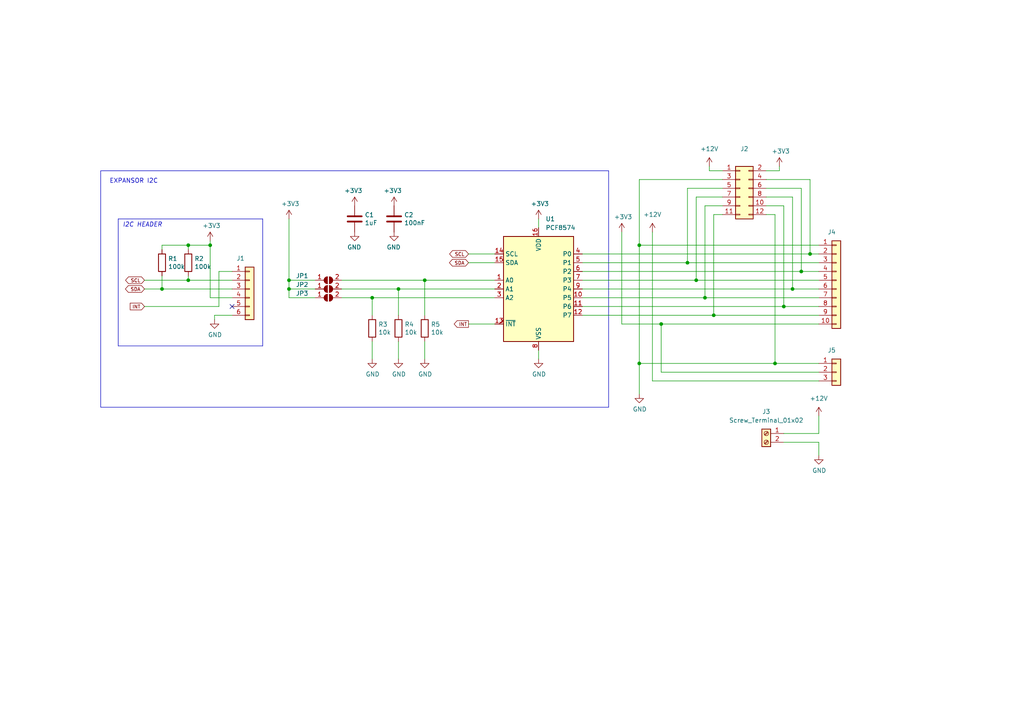
<source format=kicad_sch>
(kicad_sch (version 20230121) (generator eeschema)
  (paper "A4")
  (title_block (title "ESP-MAP 8CH Relay Module Expansion Board") (date "2024-01-07") (rev "0.1") (comment 1 "https://github.com/enriquewph/esp-map"))
  (lib_symbols
    (symbol "Connector:Screw_Terminal_01x02" (pin_names (offset 1.016) hide)
      (property "Reference" "J" (at 0 2.54 0))
      (property "Value" "Screw_Terminal_01x02" (at 0 -5.08 0))
      (symbol "Screw_Terminal_01x02_1_1"
        (rectangle (start -1.27 1.27) (end 1.27 -3.81) (stroke (width 0.254)) (fill (type background)))
        (circle (center 0 -2.54) (radius 0.635) (stroke (width 0.1524)))
        (polyline (pts (xy -0.5334 -2.2098) (xy 0.3302 -3.048)) (stroke (width 0.1524)))
        (polyline (pts (xy -0.5334 0.3302) (xy 0.3302 -0.508)) (stroke (width 0.1524)))
        (polyline (pts (xy -0.3556 -2.032) (xy 0.508 -2.8702)) (stroke (width 0.1524)))
        (polyline (pts (xy -0.3556 0.508) (xy 0.508 -0.3302)) (stroke (width 0.1524)))
        (circle (center 0 0) (radius 0.635) (stroke (width 0.1524)))
        (pin passive line (at -5.08 0 0) (length 3.81) (name "Pin_1") (number "1"))
        (pin passive line (at -5.08 -2.54 0) (length 3.81) (name "Pin_2") (number "2"))
      )
    )
    (symbol "Connector_Generic:Conn_01x03" (pin_names (offset 1.016) hide)
      (property "Reference" "J" (at 0 5.08 0))
      (property "Value" "Conn_01x03" (at 0 -5.08 0))
      (symbol "Conn_01x03_1_1"
        (rectangle (start -1.27 -2.413) (end 0 -2.667) (stroke (width 0.1524)))
        (rectangle (start -1.27 0.127) (end 0 -0.127) (stroke (width 0.1524)))
        (rectangle (start -1.27 2.667) (end 0 2.413) (stroke (width 0.1524)))
        (rectangle (start -1.27 3.81) (end 1.27 -3.81) (stroke (width 0.254)) (fill (type background)))
        (pin passive line (at -5.08 2.54 0) (length 3.81) (name "Pin_1") (number "1"))
        (pin passive line (at -5.08 0 0) (length 3.81) (name "Pin_2") (number "2"))
        (pin passive line (at -5.08 -2.54 0) (length 3.81) (name "Pin_3") (number "3"))
      )
    )
    (symbol "Connector_Generic:Conn_01x06" (pin_names (offset 1.016) hide)
      (property "Reference" "J" (at 0 7.62 0))
      (property "Value" "Conn_01x06" (at 0 -10.16 0))
      (symbol "Conn_01x06_1_1"
        (rectangle (start -1.27 -7.493) (end 0 -7.747) (stroke (width 0.1524)))
        (rectangle (start -1.27 -4.953) (end 0 -5.207) (stroke (width 0.1524)))
        (rectangle (start -1.27 -2.413) (end 0 -2.667) (stroke (width 0.1524)))
        (rectangle (start -1.27 0.127) (end 0 -0.127) (stroke (width 0.1524)))
        (rectangle (start -1.27 2.667) (end 0 2.413) (stroke (width 0.1524)))
        (rectangle (start -1.27 5.207) (end 0 4.953) (stroke (width 0.1524)))
        (rectangle (start -1.27 6.35) (end 1.27 -8.89) (stroke (width 0.254)) (fill (type background)))
        (pin passive line (at -5.08 5.08 0) (length 3.81) (name "Pin_1") (number "1"))
        (pin passive line (at -5.08 2.54 0) (length 3.81) (name "Pin_2") (number "2"))
        (pin passive line (at -5.08 0 0) (length 3.81) (name "Pin_3") (number "3"))
        (pin passive line (at -5.08 -2.54 0) (length 3.81) (name "Pin_4") (number "4"))
        (pin passive line (at -5.08 -5.08 0) (length 3.81) (name "Pin_5") (number "5"))
        (pin passive line (at -5.08 -7.62 0) (length 3.81) (name "Pin_6") (number "6"))
      )
    )
    (symbol "Connector_Generic:Conn_01x10" (pin_names (offset 1.016) hide)
      (property "Reference" "J" (at 0 12.7 0))
      (property "Value" "Conn_01x10" (at 0 -15.24 0))
      (symbol "Conn_01x10_1_1"
        (rectangle (start -1.27 -12.573) (end 0 -12.827) (stroke (width 0.1524)))
        (rectangle (start -1.27 -10.033) (end 0 -10.287) (stroke (width 0.1524)))
        (rectangle (start -1.27 -7.493) (end 0 -7.747) (stroke (width 0.1524)))
        (rectangle (start -1.27 -4.953) (end 0 -5.207) (stroke (width 0.1524)))
        (rectangle (start -1.27 -2.413) (end 0 -2.667) (stroke (width 0.1524)))
        (rectangle (start -1.27 0.127) (end 0 -0.127) (stroke (width 0.1524)))
        (rectangle (start -1.27 2.667) (end 0 2.413) (stroke (width 0.1524)))
        (rectangle (start -1.27 5.207) (end 0 4.953) (stroke (width 0.1524)))
        (rectangle (start -1.27 7.747) (end 0 7.493) (stroke (width 0.1524)))
        (rectangle (start -1.27 10.287) (end 0 10.033) (stroke (width 0.1524)))
        (rectangle (start -1.27 11.43) (end 1.27 -13.97) (stroke (width 0.254)) (fill (type background)))
        (pin passive line (at -5.08 10.16 0) (length 3.81) (name "Pin_1") (number "1"))
        (pin passive line (at -5.08 -12.7 0) (length 3.81) (name "Pin_10") (number "10"))
        (pin passive line (at -5.08 7.62 0) (length 3.81) (name "Pin_2") (number "2"))
        (pin passive line (at -5.08 5.08 0) (length 3.81) (name "Pin_3") (number "3"))
        (pin passive line (at -5.08 2.54 0) (length 3.81) (name "Pin_4") (number "4"))
        (pin passive line (at -5.08 0 0) (length 3.81) (name "Pin_5") (number "5"))
        (pin passive line (at -5.08 -2.54 0) (length 3.81) (name "Pin_6") (number "6"))
        (pin passive line (at -5.08 -5.08 0) (length 3.81) (name "Pin_7") (number "7"))
        (pin passive line (at -5.08 -7.62 0) (length 3.81) (name "Pin_8") (number "8"))
        (pin passive line (at -5.08 -10.16 0) (length 3.81) (name "Pin_9") (number "9"))
      )
    )
    (symbol "Connector_Generic:Conn_02x06_Odd_Even" (pin_names (offset 1.016) hide)
      (property "Reference" "J" (at 1.27 7.62 0))
      (property "Value" "Conn_02x06_Odd_Even" (at 1.27 -10.16 0))
      (symbol "Conn_02x06_Odd_Even_1_1"
        (rectangle (start -1.27 -7.493) (end 0 -7.747) (stroke (width 0.1524)))
        (rectangle (start -1.27 -4.953) (end 0 -5.207) (stroke (width 0.1524)))
        (rectangle (start -1.27 -2.413) (end 0 -2.667) (stroke (width 0.1524)))
        (rectangle (start -1.27 0.127) (end 0 -0.127) (stroke (width 0.1524)))
        (rectangle (start -1.27 2.667) (end 0 2.413) (stroke (width 0.1524)))
        (rectangle (start -1.27 5.207) (end 0 4.953) (stroke (width 0.1524)))
        (rectangle (start -1.27 6.35) (end 3.81 -8.89) (stroke (width 0.254)) (fill (type background)))
        (rectangle (start 3.81 -7.493) (end 2.54 -7.747) (stroke (width 0.1524)))
        (rectangle (start 3.81 -4.953) (end 2.54 -5.207) (stroke (width 0.1524)))
        (rectangle (start 3.81 -2.413) (end 2.54 -2.667) (stroke (width 0.1524)))
        (rectangle (start 3.81 0.127) (end 2.54 -0.127) (stroke (width 0.1524)))
        (rectangle (start 3.81 2.667) (end 2.54 2.413) (stroke (width 0.1524)))
        (rectangle (start 3.81 5.207) (end 2.54 4.953) (stroke (width 0.1524)))
        (pin passive line (at -5.08 5.08 0) (length 3.81) (name "Pin_1") (number "1"))
        (pin passive line (at 7.62 -5.08 180) (length 3.81) (name "Pin_10") (number "10"))
        (pin passive line (at -5.08 -7.62 0) (length 3.81) (name "Pin_11") (number "11"))
        (pin passive line (at 7.62 -7.62 180) (length 3.81) (name "Pin_12") (number "12"))
        (pin passive line (at 7.62 5.08 180) (length 3.81) (name "Pin_2") (number "2"))
        (pin passive line (at -5.08 2.54 0) (length 3.81) (name "Pin_3") (number "3"))
        (pin passive line (at 7.62 2.54 180) (length 3.81) (name "Pin_4") (number "4"))
        (pin passive line (at -5.08 0 0) (length 3.81) (name "Pin_5") (number "5"))
        (pin passive line (at 7.62 0 180) (length 3.81) (name "Pin_6") (number "6"))
        (pin passive line (at -5.08 -2.54 0) (length 3.81) (name "Pin_7") (number "7"))
        (pin passive line (at 7.62 -2.54 180) (length 3.81) (name "Pin_8") (number "8"))
        (pin passive line (at -5.08 -5.08 0) (length 3.81) (name "Pin_9") (number "9"))
      )
    )
    (symbol "Device:C" (pin_numbers hide) (pin_names (offset 0.254))
      (property "Reference" "C" (at 0.635 2.54 0))
      (property "Value" "C" (at 0.635 -2.54 0))
      (symbol "C_0_1"
        (polyline (pts (xy -2.032 -0.762) (xy 2.032 -0.762)) (stroke (width 0.508)))
        (polyline (pts (xy -2.032 0.762) (xy 2.032 0.762)) (stroke (width 0.508)))
      )
      (symbol "C_1_1"
        (pin passive line (at 0 3.81 270) (length 2.794) (name "~") (number "1"))
        (pin passive line (at 0 -3.81 90) (length 2.794) (name "~") (number "2"))
      )
    )
    (symbol "Device:R" (pin_numbers hide) (pin_names (offset 0))
      (property "Reference" "R" (at 2.032 0 90))
      (property "Value" "R" (at 0 0 90))
      (symbol "R_0_1"
        (rectangle (start -1.016 -2.54) (end 1.016 2.54) (stroke (width 0.254)))
      )
      (symbol "R_1_1"
        (pin passive line (at 0 3.81 270) (length 1.27) (name "~") (number "1"))
        (pin passive line (at 0 -3.81 90) (length 1.27) (name "~") (number "2"))
      )
    )
    (symbol "Interface_Expansion:PCF8574"
      (property "Reference" "U" (at -8.89 16.51 0))
      (property "Value" "PCF8574" (at 2.54 16.51 0))
      (symbol "PCF8574_0_1"
        (rectangle (start -10.16 15.24) (end 10.16 -15.24) (stroke (width 0.254)) (fill (type background)))
      )
      (symbol "PCF8574_1_1"
        (pin input line (at -12.7 2.54 0) (length 2.54) (name "A0") (number "1"))
        (pin bidirectional line (at 12.7 -2.54 180) (length 2.54) (name "P5") (number "10"))
        (pin bidirectional line (at 12.7 -5.08 180) (length 2.54) (name "P6") (number "11"))
        (pin bidirectional line (at 12.7 -7.62 180) (length 2.54) (name "P7") (number "12"))
        (pin open_collector output_low (at -12.7 -10.16 0) (length 2.54) (name "~{INT}") (number "13"))
        (pin input line (at -12.7 10.16 0) (length 2.54) (name "SCL") (number "14"))
        (pin bidirectional line (at -12.7 7.62 0) (length 2.54) (name "SDA") (number "15"))
        (pin power_in line (at 0 17.78 270) (length 2.54) (name "VDD") (number "16"))
        (pin input line (at -12.7 0 0) (length 2.54) (name "A1") (number "2"))
        (pin input line (at -12.7 -2.54 0) (length 2.54) (name "A2") (number "3"))
        (pin bidirectional line (at 12.7 10.16 180) (length 2.54) (name "P0") (number "4"))
        (pin bidirectional line (at 12.7 7.62 180) (length 2.54) (name "P1") (number "5"))
        (pin bidirectional line (at 12.7 5.08 180) (length 2.54) (name "P2") (number "6"))
        (pin bidirectional line (at 12.7 2.54 180) (length 2.54) (name "P3") (number "7"))
        (pin power_in line (at 0 -17.78 90) (length 2.54) (name "VSS") (number "8"))
        (pin bidirectional line (at 12.7 0 180) (length 2.54) (name "P4") (number "9"))
      )
    )
    (symbol "Jumper:SolderJumper_2_Open" (pin_names (offset 0) hide)
      (property "Reference" "JP" (at 0 2.032 0))
      (property "Value" "SolderJumper_2_Open" (at 0 -2.54 0))
      (symbol "SolderJumper_2_Open_0_1"
        (arc (start -0.254 1.016) (mid -1.2656 0) (end -0.254 -1.016))
        (arc (start -0.254 1.016) (mid -1.2656 0) (end -0.254 -1.016) (fill (type outline)))
        (polyline (pts (xy -0.254 1.016) (xy -0.254 -1.016)))
        (polyline (pts (xy 0.254 1.016) (xy 0.254 -1.016)))
        (arc (start 0.254 -1.016) (mid 1.2656 0) (end 0.254 1.016))
        (arc (start 0.254 -1.016) (mid 1.2656 0) (end 0.254 1.016) (fill (type outline)))
      )
      (symbol "SolderJumper_2_Open_1_1"
        (pin passive line (at -3.81 0 0) (length 2.54) (name "A") (number "1"))
        (pin passive line (at 3.81 0 180) (length 2.54) (name "B") (number "2"))
      )
    )
    (symbol "power:+12V" (power) (pin_names (offset 0))
      (property "Value" "+12V" (at 0 3.556 0))
      (symbol "+12V_0_1"
        (polyline (pts (xy -0.762 1.27) (xy 0 2.54)))
        (polyline (pts (xy 0 0) (xy 0 2.54)))
        (polyline (pts (xy 0 2.54) (xy 0.762 1.27)))
      )
      (symbol "+12V_1_1"
        (pin power_in line (at 0 0 90) (length 0) hide (name "+12V") (number "1"))
      )
    )
    (symbol "power:+3V3" (power) (pin_names (offset 0))
      (property "Value" "+3V3" (at 0 3.556 0))
      (symbol "+3V3_0_1"
        (polyline (pts (xy -0.762 1.27) (xy 0 2.54)))
        (polyline (pts (xy 0 0) (xy 0 2.54)))
        (polyline (pts (xy 0 2.54) (xy 0.762 1.27)))
      )
      (symbol "+3V3_1_1"
        (pin power_in line (at 0 0 90) (length 0) hide (name "+3V3") (number "1"))
      )
    )
    (symbol "power:GND" (power) (pin_names (offset 0))
      (property "Value" "GND" (at 0 -3.81 0))
      (symbol "GND_0_1"
        (polyline (pts (xy 0 0) (xy 0 -1.27) (xy 1.27 -1.27) (xy 0 -2.54) (xy -1.27 -1.27) (xy 0 -1.27)))
      )
      (symbol "GND_1_1"
        (pin power_in line (at 0 0 270) (length 0) hide (name "GND") (number "1"))
      )
    )
  )
  (junction (at 204.47 86.36))
  (junction (at 191.77 93.98))
  (junction (at 224.79 105.41))
  (junction (at 107.95 86.36))
  (junction (at 229.87 83.82))
  (junction (at 123.19 81.28))
  (junction (at 201.93 81.28))
  (junction (at 83.82 83.82))
  (junction (at 185.42 71.12))
  (junction (at 83.82 81.28))
  (junction (at 207.01 91.44))
  (junction (at 232.41 78.74))
  (junction (at 115.57 83.82))
  (junction (at 60.96 71.12))
  (junction (at 234.95 73.66))
  (junction (at 199.39 76.2))
  (junction (at 227.33 88.9))
  (junction (at 54.61 81.28))
  (junction (at 46.99 83.82))
  (junction (at 54.61 71.12))
  (junction (at 185.42 105.41))
  (no_connect (at 67.31 88.9))
  (wire (pts (xy 83.82 83.82) (xy 91.44 83.82)))
  (wire (pts (xy 199.39 54.61) (xy 199.39 76.2)))
  (wire (pts (xy 224.79 105.41) (xy 237.49 105.41)))
  (wire (pts (xy 180.34 67.31) (xy 180.34 93.98)))
  (wire (pts (xy 41.91 88.9) (xy 63.5 88.9)))
  (wire (pts (xy 185.42 114.3) (xy 185.42 105.41)))
  (wire (pts (xy 46.99 80.01) (xy 46.99 83.82)))
  (wire (pts (xy 54.61 81.28) (xy 67.31 81.28)))
  (polyline (pts (xy 76.2 63.5) (xy 34.29 63.5)))
  (wire (pts (xy 115.57 99.06) (xy 115.57 104.14)))
  (wire (pts (xy 135.89 73.66) (xy 143.51 73.66)))
  (wire (pts (xy 189.23 110.49) (xy 237.49 110.49)))
  (wire (pts (xy 205.74 49.53) (xy 209.55 49.53)))
  (wire (pts (xy 46.99 83.82) (xy 67.31 83.82)))
  (wire (pts (xy 99.06 83.82) (xy 115.57 83.82)))
  (wire (pts (xy 227.33 88.9) (xy 237.49 88.9)))
  (wire (pts (xy 168.91 81.28) (xy 201.93 81.28)))
  (wire (pts (xy 209.55 52.07) (xy 185.42 52.07)))
  (wire (pts (xy 63.5 78.74) (xy 67.31 78.74)))
  (wire (pts (xy 107.95 99.06) (xy 107.95 104.14)))
  (wire (pts (xy 135.89 76.2) (xy 143.51 76.2)))
  (wire (pts (xy 234.95 52.07) (xy 234.95 73.66)))
  (wire (pts (xy 227.33 59.69) (xy 227.33 88.9)))
  (wire (pts (xy 107.95 86.36) (xy 107.95 91.44)))
  (wire (pts (xy 201.93 81.28) (xy 237.49 81.28)))
  (wire (pts (xy 232.41 54.61) (xy 232.41 78.74)))
  (wire (pts (xy 107.95 86.36) (xy 143.51 86.36)))
  (wire (pts (xy 185.42 71.12) (xy 237.49 71.12)))
  (polyline (pts (xy 29.21 118.11) (xy 29.21 49.53)))
  (wire (pts (xy 222.25 49.53) (xy 226.06 49.53)))
  (wire (pts (xy 191.77 93.98) (xy 237.49 93.98)))
  (wire (pts (xy 205.74 48.26) (xy 205.74 49.53)))
  (wire (pts (xy 209.55 59.69) (xy 204.47 59.69)))
  (wire (pts (xy 83.82 63.5) (xy 83.82 81.28)))
  (wire (pts (xy 191.77 107.95) (xy 191.77 93.98)))
  (wire (pts (xy 237.49 125.73) (xy 237.49 120.65)))
  (wire (pts (xy 83.82 81.28) (xy 91.44 81.28)))
  (wire (pts (xy 83.82 86.36) (xy 91.44 86.36)))
  (wire (pts (xy 156.21 101.6) (xy 156.21 104.14)))
  (wire (pts (xy 123.19 99.06) (xy 123.19 104.14)))
  (wire (pts (xy 41.91 81.28) (xy 54.61 81.28)))
  (wire (pts (xy 222.25 57.15) (xy 229.87 57.15)))
  (wire (pts (xy 83.82 83.82) (xy 83.82 81.28)))
  (wire (pts (xy 207.01 62.23) (xy 207.01 91.44)))
  (wire (pts (xy 168.91 83.82) (xy 229.87 83.82)))
  (wire (pts (xy 237.49 107.95) (xy 191.77 107.95)))
  (polyline (pts (xy 176.53 118.11) (xy 29.21 118.11)))
  (wire (pts (xy 209.55 54.61) (xy 199.39 54.61)))
  (wire (pts (xy 63.5 88.9) (xy 63.5 78.74)))
  (wire (pts (xy 123.19 81.28) (xy 123.19 91.44)))
  (wire (pts (xy 60.96 71.12) (xy 60.96 86.36)))
  (wire (pts (xy 62.23 91.44) (xy 67.31 91.44)))
  (wire (pts (xy 199.39 76.2) (xy 237.49 76.2)))
  (wire (pts (xy 54.61 72.39) (xy 54.61 71.12)))
  (polyline (pts (xy 34.29 100.33) (xy 34.29 63.5)))
  (wire (pts (xy 115.57 83.82) (xy 143.51 83.82)))
  (wire (pts (xy 229.87 83.82) (xy 237.49 83.82)))
  (wire (pts (xy 185.42 105.41) (xy 224.79 105.41)))
  (wire (pts (xy 180.34 93.98) (xy 191.77 93.98)))
  (wire (pts (xy 168.91 88.9) (xy 227.33 88.9)))
  (wire (pts (xy 185.42 52.07) (xy 185.42 71.12)))
  (wire (pts (xy 227.33 125.73) (xy 237.49 125.73)))
  (wire (pts (xy 232.41 78.74) (xy 237.49 78.74)))
  (wire (pts (xy 204.47 86.36) (xy 237.49 86.36)))
  (wire (pts (xy 209.55 62.23) (xy 207.01 62.23)))
  (polyline (pts (xy 29.21 49.53) (xy 176.53 49.53)))
  (wire (pts (xy 226.06 48.26) (xy 226.06 49.53)))
  (wire (pts (xy 99.06 81.28) (xy 123.19 81.28)))
  (wire (pts (xy 204.47 59.69) (xy 204.47 86.36)))
  (wire (pts (xy 99.06 86.36) (xy 107.95 86.36)))
  (wire (pts (xy 237.49 128.27) (xy 227.33 128.27)))
  (wire (pts (xy 135.89 93.98) (xy 143.51 93.98)))
  (wire (pts (xy 222.25 54.61) (xy 232.41 54.61)))
  (wire (pts (xy 83.82 86.36) (xy 83.82 83.82)))
  (wire (pts (xy 60.96 71.12) (xy 60.96 69.85)))
  (wire (pts (xy 54.61 71.12) (xy 60.96 71.12)))
  (wire (pts (xy 222.25 62.23) (xy 224.79 62.23)))
  (wire (pts (xy 207.01 91.44) (xy 237.49 91.44)))
  (wire (pts (xy 185.42 105.41) (xy 185.42 71.12)))
  (polyline (pts (xy 34.29 100.33) (xy 76.2 100.33)))
  (wire (pts (xy 168.91 86.36) (xy 204.47 86.36)))
  (wire (pts (xy 168.91 73.66) (xy 234.95 73.66)))
  (wire (pts (xy 115.57 83.82) (xy 115.57 91.44)))
  (wire (pts (xy 229.87 57.15) (xy 229.87 83.82)))
  (polyline (pts (xy 176.53 49.53) (xy 176.53 118.11)))
  (wire (pts (xy 62.23 92.71) (xy 62.23 91.44)))
  (polyline (pts (xy 76.2 63.5) (xy 76.2 100.33)))
  (wire (pts (xy 46.99 72.39) (xy 46.99 71.12)))
  (wire (pts (xy 224.79 62.23) (xy 224.79 105.41)))
  (wire (pts (xy 168.91 91.44) (xy 207.01 91.44)))
  (wire (pts (xy 209.55 57.15) (xy 201.93 57.15)))
  (wire (pts (xy 54.61 80.01) (xy 54.61 81.28)))
  (wire (pts (xy 222.25 52.07) (xy 234.95 52.07)))
  (wire (pts (xy 156.21 63.5) (xy 156.21 66.04)))
  (wire (pts (xy 168.91 78.74) (xy 232.41 78.74)))
  (wire (pts (xy 123.19 81.28) (xy 143.51 81.28)))
  (wire (pts (xy 201.93 57.15) (xy 201.93 81.28)))
  (wire (pts (xy 222.25 59.69) (xy 227.33 59.69)))
  (wire (pts (xy 237.49 132.08) (xy 237.49 128.27)))
  (wire (pts (xy 60.96 86.36) (xy 67.31 86.36)))
  (wire (pts (xy 234.95 73.66) (xy 237.49 73.66)))
  (wire (pts (xy 41.91 83.82) (xy 46.99 83.82)))
  (wire (pts (xy 46.99 71.12) (xy 54.61 71.12)))
  (wire (pts (xy 168.91 76.2) (xy 199.39 76.2)))
  (wire (pts (xy 189.23 67.31) (xy 189.23 110.49)))
  (text "EXPANSOR I2C" (at 31.75 53.34 0) (effects (font (size 1.27 1.27)) (justify left bottom)))
  (text "I2C HEADER" (at 35.56 66.04 0) (effects (font (size 1.27 1.27) italic) (justify left bottom)))
  (global_label "INT" (shape input) (at 41.91 88.9 180) (effects (font (size 0.9906 0.9906))) (property "Intersheetrefs" "${INTERSHEET_REFS}" (effects hide)))
  (global_label "SDA" (shape bidirectional) (at 135.89 76.2 180) (effects (font (size 0.9906 0.9906))) (property "Intersheetrefs" "${INTERSHEET_REFS}" (effects hide)))
  (global_label "SCL" (shape bidirectional) (at 135.89 73.66 180) (effects (font (size 0.9906 0.9906))) (property "Intersheetrefs" "${INTERSHEET_REFS}" (effects hide)))
  (global_label "INT" (shape output) (at 135.89 93.98 180) (effects (font (size 0.9906 0.9906))) (property "Intersheetrefs" "${INTERSHEET_REFS}" (effects hide)))
  (global_label "SCL" (shape bidirectional) (at 41.91 81.28 180) (effects (font (size 0.9906 0.9906))) (property "Intersheetrefs" "${INTERSHEET_REFS}" (effects hide)))
  (global_label "SDA" (shape bidirectional) (at 41.91 83.82 180) (effects (font (size 0.9906 0.9906))) (property "Intersheetrefs" "${INTERSHEET_REFS}" (effects hide)))
  (symbol (lib_id "Connector:Screw_Terminal_01x02") (at 222.25 125.73 0) (mirror y) (unit 1)
    (property "Reference" "J3" (at 222.25 119.38 0))
    (property "Value" "Screw_Terminal_01x02" (at 222.25 121.92 0))
    (property "Footprint" "esp-map-footprints:TerminalBlock_bornier-2_P5.08mm" (effects hide))
  )
  (symbol (lib_id "Device:R") (at 115.57 95.25 0) (unit 1)
    (property "Reference" "R4" (at 117.348 94.0816 0) (effects (justify left)))
    (property "Value" "10k" (at 117.348 96.393 0) (effects (justify left)))
    (property "Footprint" "Resistor_SMD:R_1206_3216Metric" (effects hide))
    (property "Datasheet" "https://www.yageo.com/upload/media/product/productsearch/datasheet/rchip/PYu-RC_Group_51_RoHS_L_11.pdf" (effects hide))
    (property "manf#" "RC1206FR-0710KL" (effects hide))
  )
  (symbol (lib_id "power:+3V3") (at 226.06 48.26 0) (unit 1)
    (property "Reference" "#PWR017" (effects hide))
    (property "Value" "+3V3" (at 226.441 43.8658 0))
  )
  (symbol (lib_id "Connector_Generic:Conn_01x06") (at 72.39 83.82 0) (unit 1)
    (property "Reference" "J1" (at 68.58 74.93 0) (effects (justify left)))
    (property "Value" "Conn_01x06" (effects hide))
    (property "Footprint" "Connector_Molex:Molex_KK-254_AE-6410-06A_1x06_P2.54mm_Vertical" (effects hide))
  )
  (symbol (lib_id "Jumper:SolderJumper_2_Open") (at 95.25 86.36 0) (unit 1)
    (property "Reference" "JP3" (at 87.63 85.09 0))
    (property "Value" "SolderJumper_2_Open" (effects hide))
    (property "Footprint" "Jumper:SolderJumper-2_P1.3mm_Open_RoundedPad1.0x1.5mm" (effects hide))
  )
  (symbol (lib_id "power:GND") (at 102.87 67.31 0) (mirror y) (unit 1)
    (property "Reference" "#PWR05" (effects hide))
    (property "Value" "GND" (at 102.743 71.7042 0))
  )
  (symbol (lib_id "power:+3V3") (at 60.96 69.85 0) (unit 1)
    (property "Reference" "#PWR01" (effects hide))
    (property "Value" "+3V3" (at 61.341 65.4558 0))
  )
  (symbol (lib_id "power:+12V") (at 237.49 120.65 0) (unit 1)
    (property "Reference" "#PWR018" (effects hide))
    (property "Value" "+12V" (at 237.49 115.57 0))
  )
  (symbol (lib_id "power:+3V3") (at 180.34 67.31 0) (unit 1)
    (property "Reference" "#PWR013" (effects hide))
    (property "Value" "+3V3" (at 180.721 62.9158 0))
  )
  (symbol (lib_id "Connector_Generic:Conn_02x06_Odd_Even") (at 214.63 54.61 0) (unit 1)
    (property "Reference" "J2" (at 215.9 43.18 0))
    (property "Value" "Conn_02x06_Odd_Even" (effects hide))
    (property "Footprint" "Connector_PinHeader_2.54mm:PinHeader_2x06_P2.54mm_Vertical" (effects hide))
  )
  (symbol (lib_id "power:GND") (at 115.57 104.14 0) (unit 1)
    (property "Reference" "#PWR09" (effects hide))
    (property "Value" "GND" (at 115.697 108.5342 0))
  )
  (symbol (lib_id "power:+3V3") (at 102.87 59.69 0) (mirror y) (unit 1)
    (property "Reference" "#PWR04" (effects hide))
    (property "Value" "+3V3" (at 102.489 55.2958 0))
  )
  (symbol (lib_id "power:GND") (at 185.42 114.3 0) (unit 1)
    (property "Reference" "#PWR014" (effects hide))
    (property "Value" "GND" (at 185.547 118.6942 0))
  )
  (symbol (lib_id "power:GND") (at 114.3 67.31 0) (mirror y) (unit 1)
    (property "Reference" "#PWR08" (effects hide))
    (property "Value" "GND" (at 114.173 71.7042 0))
  )
  (symbol (lib_id "Device:C") (at 114.3 63.5 0) (unit 1)
    (property "Reference" "C2" (at 117.221 62.3316 0) (effects (justify left)))
    (property "Value" "100nF" (at 117.221 64.643 0) (effects (justify left)))
    (property "Footprint" "Capacitor_SMD:C_1206_3216Metric_Pad1.33x1.80mm_HandSolder" (effects hide))
    (property "Datasheet" "https://www.yageo.com/upload/media/product/productsearch/datasheet/mlcc/UPY-GPHC_X7R_6.3V-to-50V_18.pdf" (effects hide))
    (property "Voltage" "50V" (effects hide))
    (property "manf#" "CC1206KRX7R9BB104" (effects hide))
  )
  (symbol (lib_id "Interface_Expansion:PCF8574") (at 156.21 83.82 0) (unit 1)
    (property "Reference" "U1" (at 158.2294 63.5 0) (effects (justify left)))
    (property "Value" "PCF8574" (at 158.2294 66.04 0) (effects (justify left)))
    (property "Footprint" "Package_SO:SOIC-16W_7.5x10.3mm_P1.27mm" (effects hide))
    (property "Datasheet" "https://www.ti.com/lit/ds/symlink/pcf8574.pdf" (effects hide))
  )
  (symbol (lib_id "power:+3V3") (at 156.21 63.5 0) (unit 1)
    (property "Reference" "#PWR011" (effects hide))
    (property "Value" "+3V3" (at 156.591 59.1058 0))
  )
  (symbol (lib_id "power:GND") (at 156.21 104.14 0) (unit 1)
    (property "Reference" "#PWR012" (effects hide))
    (property "Value" "GND" (at 156.337 108.5342 0))
  )
  (symbol (lib_id "power:+3V3") (at 83.82 63.5 0) (unit 1)
    (property "Reference" "#PWR03" (effects hide))
    (property "Value" "+3V3" (at 84.201 59.1058 0))
  )
  (symbol (lib_id "power:+12V") (at 205.74 48.26 0) (unit 1)
    (property "Reference" "#PWR016" (effects hide))
    (property "Value" "+12V" (at 205.74 43.18 0))
  )
  (symbol (lib_id "Jumper:SolderJumper_2_Open") (at 95.25 83.82 0) (unit 1)
    (property "Reference" "JP2" (at 87.63 82.55 0))
    (property "Value" "SolderJumper_2_Open" (effects hide))
    (property "Footprint" "Jumper:SolderJumper-2_P1.3mm_Open_RoundedPad1.0x1.5mm" (effects hide))
  )
  (symbol (lib_id "power:GND") (at 107.95 104.14 0) (unit 1)
    (property "Reference" "#PWR06" (effects hide))
    (property "Value" "GND" (at 108.077 108.5342 0))
  )
  (symbol (lib_id "power:+3V3") (at 114.3 59.69 0) (mirror y) (unit 1)
    (property "Reference" "#PWR07" (effects hide))
    (property "Value" "+3V3" (at 113.919 55.2958 0))
  )
  (symbol (lib_id "Connector_Generic:Conn_01x03") (at 242.57 107.95 0) (unit 1)
    (property "Reference" "J5" (at 240.03 101.6 0) (effects (justify left)))
    (property "Value" "Conn_01x03" (effects hide))
    (property "Footprint" "Connector_PinSocket_2.54mm:PinSocket_1x03_P2.54mm_Vertical" (effects hide))
  )
  (symbol (lib_id "Device:R") (at 123.19 95.25 0) (unit 1)
    (property "Reference" "R5" (at 124.968 94.0816 0) (effects (justify left)))
    (property "Value" "10k" (at 124.968 96.393 0) (effects (justify left)))
    (property "Footprint" "Resistor_SMD:R_1206_3216Metric" (effects hide))
    (property "Datasheet" "https://www.yageo.com/upload/media/product/productsearch/datasheet/rchip/PYu-RC_Group_51_RoHS_L_11.pdf" (effects hide))
    (property "manf#" "RC1206FR-0710KL" (effects hide))
  )
  (symbol (lib_id "Jumper:SolderJumper_2_Open") (at 95.25 81.28 0) (unit 1)
    (property "Reference" "JP1" (at 87.63 80.01 0))
    (property "Value" "SolderJumper_2_Open" (effects hide))
    (property "Footprint" "Jumper:SolderJumper-2_P1.3mm_Open_RoundedPad1.0x1.5mm" (effects hide))
  )
  (symbol (lib_id "power:GND") (at 62.23 92.71 0) (unit 1)
    (property "Reference" "#PWR02" (effects hide))
    (property "Value" "GND" (at 62.357 97.1042 0))
  )
  (symbol (lib_id "Device:R") (at 46.99 76.2 0) (unit 1)
    (property "Reference" "R1" (at 48.768 75.0316 0) (effects (justify left)))
    (property "Value" "100k" (at 48.768 77.343 0) (effects (justify left)))
    (property "Footprint" "Resistor_SMD:R_1206_3216Metric" (effects hide))
    (property "Datasheet" "https://www.yageo.com/upload/media/product/productsearch/datasheet/rchip/PYu-RC_Group_51_RoHS_L_11.pdf" (effects hide))
    (property "manf#" "RC1206FR-07100KL" (effects hide))
  )
  (symbol (lib_id "Connector_Generic:Conn_01x10") (at 242.57 81.28 0) (unit 1)
    (property "Reference" "J4" (at 240.03 67.31 0) (effects (justify left)))
    (property "Value" "Conn_01x10" (effects hide))
    (property "Footprint" "Connector_PinSocket_2.54mm:PinSocket_1x10_P2.54mm_Vertical" (effects hide))
  )
  (symbol (lib_id "Device:C") (at 102.87 63.5 0) (unit 1)
    (property "Reference" "C1" (at 105.791 62.3316 0) (effects (justify left)))
    (property "Value" "1uF" (at 105.791 64.643 0) (effects (justify left)))
    (property "Footprint" "Capacitor_SMD:C_1206_3216Metric_Pad1.33x1.80mm_HandSolder" (effects hide))
    (property "Datasheet" "https://www.samsungsem.com/resources/file/global/support/product_catalog/MLCC.pdf" (effects hide))
    (property "Voltage" "50V" (effects hide))
    (property "manf#" "CL31F105ZBFNNNE" (effects hide))
  )
  (symbol (lib_id "power:GND") (at 237.49 132.08 0) (unit 1)
    (property "Reference" "#PWR019" (effects hide))
    (property "Value" "GND" (at 237.617 136.4742 0))
  )
  (symbol (lib_id "Device:R") (at 54.61 76.2 0) (unit 1)
    (property "Reference" "R2" (at 56.388 75.0316 0) (effects (justify left)))
    (property "Value" "100k" (at 56.388 77.343 0) (effects (justify left)))
    (property "Footprint" "Resistor_SMD:R_1206_3216Metric" (effects hide))
    (property "Datasheet" "https://www.yageo.com/upload/media/product/productsearch/datasheet/rchip/PYu-RC_Group_51_RoHS_L_11.pdf" (effects hide))
    (property "manf#" "RC1206FR-07100KL" (effects hide))
  )
  (symbol (lib_id "power:GND") (at 123.19 104.14 0) (unit 1)
    (property "Reference" "#PWR010" (effects hide))
    (property "Value" "GND" (at 123.317 108.5342 0))
  )
  (symbol (lib_id "power:+12V") (at 189.23 67.31 0) (unit 1)
    (property "Reference" "#PWR015" (effects hide))
    (property "Value" "+12V" (at 189.23 62.23 0))
  )
  (symbol (lib_id "Device:R") (at 107.95 95.25 0) (unit 1)
    (property "Reference" "R3" (at 109.728 94.0816 0) (effects (justify left)))
    (property "Value" "10k" (at 109.728 96.393 0) (effects (justify left)))
    (property "Footprint" "Resistor_SMD:R_1206_3216Metric" (effects hide))
    (property "Datasheet" "https://www.yageo.com/upload/media/product/productsearch/datasheet/rchip/PYu-RC_Group_51_RoHS_L_11.pdf" (effects hide))
    (property "manf#" "RC1206FR-0710KL" (effects hide))
  )
)
</source>
